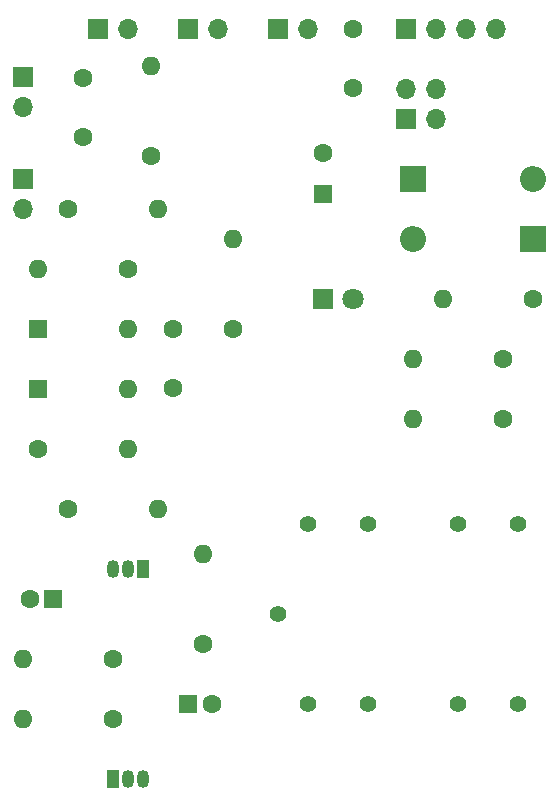
<source format=gbr>
%TF.GenerationSoftware,KiCad,Pcbnew,(6.0.2)*%
%TF.CreationDate,2022-04-03T01:31:02+08:00*%
%TF.ProjectId,BoHansen_DI,426f4861-6e73-4656-9e5f-44492e6b6963,rev?*%
%TF.SameCoordinates,Original*%
%TF.FileFunction,Copper,L2,Bot*%
%TF.FilePolarity,Positive*%
%FSLAX46Y46*%
G04 Gerber Fmt 4.6, Leading zero omitted, Abs format (unit mm)*
G04 Created by KiCad (PCBNEW (6.0.2)) date 2022-04-03 01:31:02*
%MOMM*%
%LPD*%
G01*
G04 APERTURE LIST*
%TA.AperFunction,ComponentPad*%
%ADD10O,1.600000X1.600000*%
%TD*%
%TA.AperFunction,ComponentPad*%
%ADD11C,1.600000*%
%TD*%
%TA.AperFunction,ComponentPad*%
%ADD12R,1.600000X1.600000*%
%TD*%
%TA.AperFunction,ComponentPad*%
%ADD13O,1.700000X1.700000*%
%TD*%
%TA.AperFunction,ComponentPad*%
%ADD14R,1.700000X1.700000*%
%TD*%
%TA.AperFunction,ComponentPad*%
%ADD15O,2.200000X2.200000*%
%TD*%
%TA.AperFunction,ComponentPad*%
%ADD16R,2.200000X2.200000*%
%TD*%
%TA.AperFunction,ComponentPad*%
%ADD17C,1.400000*%
%TD*%
%TA.AperFunction,ComponentPad*%
%ADD18O,1.050000X1.500000*%
%TD*%
%TA.AperFunction,ComponentPad*%
%ADD19R,1.050000X1.500000*%
%TD*%
%TA.AperFunction,ComponentPad*%
%ADD20C,1.800000*%
%TD*%
%TA.AperFunction,ComponentPad*%
%ADD21R,1.800000X1.800000*%
%TD*%
G04 APERTURE END LIST*
D10*
%TO.P,R4,2*%
%TO.N,Net-(C2-Pad2)*%
X140970000Y-96520000D03*
D11*
%TO.P,R4,1*%
%TO.N,Net-(C4-Pad1)*%
X133350000Y-96520000D03*
%TD*%
%TO.P,C2,2*%
%TO.N,Net-(C2-Pad2)*%
X144780000Y-91360000D03*
%TO.P,C2,1*%
%TO.N,Net-(C2-Pad1)*%
X144780000Y-86360000D03*
%TD*%
D10*
%TO.P,R11,2*%
%TO.N,Net-(D3-Pad2)*%
X165100000Y-88900000D03*
D11*
%TO.P,R11,1*%
%TO.N,Net-(R11-Pad1)*%
X172720000Y-88900000D03*
%TD*%
D10*
%TO.P,R1,2*%
%TO.N,Net-(C1-Pad2)*%
X142875000Y-64135000D03*
D11*
%TO.P,R1,1*%
%TO.N,Net-(C1-Pad1)*%
X142875000Y-71755000D03*
%TD*%
D10*
%TO.P,D2,2,A*%
%TO.N,Net-(D1-Pad2)*%
X140970000Y-91440000D03*
D12*
%TO.P,D2,1,K*%
%TO.N,GND1*%
X133350000Y-91440000D03*
%TD*%
D10*
%TO.P,R8,2*%
%TO.N,Net-(C3-Pad1)*%
X147320000Y-105410000D03*
D11*
%TO.P,R8,1*%
%TO.N,Net-(C5-Pad1)*%
X147320000Y-113030000D03*
%TD*%
D13*
%TO.P,SW4,2,B*%
%TO.N,GND1*%
X156205000Y-60960000D03*
D14*
%TO.P,SW4,1,A*%
%TO.N,Net-(J2-Pad1)*%
X153665000Y-60960000D03*
%TD*%
D13*
%TO.P,J2,2,Pin_2*%
%TO.N,GND1*%
X148585000Y-60960000D03*
D14*
%TO.P,J2,1,Pin_1*%
%TO.N,Net-(J2-Pad1)*%
X146045000Y-60960000D03*
%TD*%
D13*
%TO.P,J1,2,Pin_2*%
%TO.N,GND1*%
X140965000Y-60960000D03*
D14*
%TO.P,J1,1,Pin_1*%
%TO.N,Net-(C1-Pad2)*%
X138425000Y-60960000D03*
%TD*%
D11*
%TO.P,C1,2*%
%TO.N,Net-(C1-Pad2)*%
X137160000Y-65150000D03*
%TO.P,C1,1*%
%TO.N,Net-(C1-Pad1)*%
X137160000Y-70150000D03*
%TD*%
D13*
%TO.P,SW2,2,B*%
%TO.N,Net-(R2-Pad1)*%
X132080000Y-76200000D03*
D14*
%TO.P,SW2,1,A*%
%TO.N,Net-(C1-Pad1)*%
X132080000Y-73660000D03*
%TD*%
D10*
%TO.P,R5,2*%
%TO.N,Net-(C3-Pad1)*%
X143510000Y-101600000D03*
D11*
%TO.P,R5,1*%
%TO.N,Net-(C4-Pad1)*%
X135890000Y-101600000D03*
%TD*%
%TO.P,C3,2*%
%TO.N,GND1*%
X157480000Y-71430000D03*
D12*
%TO.P,C3,1*%
%TO.N,Net-(C3-Pad1)*%
X157480000Y-74930000D03*
%TD*%
D11*
%TO.P,C6,2*%
%TO.N,GND2*%
X160020000Y-61000000D03*
%TO.P,C6,1*%
%TO.N,GND1*%
X160020000Y-66000000D03*
%TD*%
D15*
%TO.P,D5,2,A*%
%TO.N,GND2*%
X175260000Y-73660000D03*
D16*
%TO.P,D5,1,K*%
%TO.N,GND1*%
X165100000Y-73660000D03*
%TD*%
D17*
%TO.P,T1,MH1,SCREEN*%
%TO.N,GND1*%
X153670000Y-110490000D03*
%TO.P,T1,B4,SECONDARY_1_2*%
X173990000Y-118110000D03*
%TO.P,T1,B3,SECONDARY_2_2*%
X168910000Y-118110000D03*
%TO.P,T1,B2,SECONDARY_1_1*%
%TO.N,Net-(C5-Pad2)*%
X161290000Y-118110000D03*
%TO.P,T1,B1,SECONDARY_2_1*%
X156210000Y-118110000D03*
%TO.P,T1,A4,PRIMARY_2_2*%
%TO.N,Net-(R11-Pad1)*%
X156210000Y-102870000D03*
%TO.P,T1,A3,PRIMARY_1_2*%
X161290000Y-102870000D03*
%TO.P,T1,A2,PRIMARY_2_1*%
%TO.N,Net-(R10-Pad1)*%
X168910000Y-102870000D03*
%TO.P,T1,A1,PRIMARY_1_1*%
X173990000Y-102870000D03*
%TD*%
D10*
%TO.P,R9,2*%
%TO.N,GND1*%
X167640000Y-83820000D03*
D11*
%TO.P,R9,1*%
%TO.N,GND2*%
X175260000Y-83820000D03*
%TD*%
D13*
%TO.P,SW3,4,4*%
%TO.N,Net-(J3-Pad2)*%
X167000000Y-66040000D03*
%TO.P,SW3,3,3*%
%TO.N,Net-(R10-Pad1)*%
X167000000Y-68580000D03*
%TO.P,SW3,2,2*%
%TO.N,Net-(J3-Pad1)*%
X164460000Y-66040000D03*
D14*
%TO.P,SW3,1,1*%
%TO.N,Net-(R11-Pad1)*%
X164460000Y-68580000D03*
%TD*%
D11*
%TO.P,C5,2*%
%TO.N,Net-(C5-Pad2)*%
X148050000Y-118110000D03*
D12*
%TO.P,C5,1*%
%TO.N,Net-(C5-Pad1)*%
X146050000Y-118110000D03*
%TD*%
D10*
%TO.P,R10,2*%
%TO.N,Net-(D3-Pad2)*%
X165100000Y-93980000D03*
D11*
%TO.P,R10,1*%
%TO.N,Net-(R10-Pad1)*%
X172720000Y-93980000D03*
%TD*%
%TO.P,C4,2*%
%TO.N,GND1*%
X132620000Y-109220000D03*
D12*
%TO.P,C4,1*%
%TO.N,Net-(C4-Pad1)*%
X134620000Y-109220000D03*
%TD*%
D10*
%TO.P,R6,2*%
%TO.N,GND1*%
X132080000Y-114300000D03*
D11*
%TO.P,R6,1*%
%TO.N,Net-(C4-Pad1)*%
X139700000Y-114300000D03*
%TD*%
D10*
%TO.P,R12,2*%
%TO.N,Net-(J2-Pad1)*%
X149860000Y-78740000D03*
D11*
%TO.P,R12,1*%
%TO.N,Net-(C5-Pad2)*%
X149860000Y-86360000D03*
%TD*%
D15*
%TO.P,D4,2,A*%
%TO.N,GND1*%
X165100000Y-78740000D03*
D16*
%TO.P,D4,1,K*%
%TO.N,GND2*%
X175260000Y-78740000D03*
%TD*%
D18*
%TO.P,Q2,3,E*%
%TO.N,Net-(C5-Pad1)*%
X142240000Y-124460000D03*
%TO.P,Q2,2,B*%
%TO.N,Net-(Q1-Pad3)*%
X140970000Y-124460000D03*
D19*
%TO.P,Q2,1,C*%
%TO.N,GND1*%
X139700000Y-124460000D03*
%TD*%
D20*
%TO.P,D3,2,A*%
%TO.N,Net-(D3-Pad2)*%
X160020000Y-83820000D03*
D21*
%TO.P,D3,1,K*%
%TO.N,Net-(C3-Pad1)*%
X157480000Y-83820000D03*
%TD*%
D10*
%TO.P,R3,2*%
%TO.N,Net-(C1-Pad1)*%
X133350000Y-81280000D03*
D11*
%TO.P,R3,1*%
%TO.N,Net-(C2-Pad1)*%
X140970000Y-81280000D03*
%TD*%
D10*
%TO.P,D1,2,A*%
%TO.N,Net-(D1-Pad2)*%
X140970000Y-86360000D03*
D12*
%TO.P,D1,1,K*%
%TO.N,Net-(C2-Pad1)*%
X133350000Y-86360000D03*
%TD*%
D10*
%TO.P,R2,2*%
%TO.N,GND1*%
X143510000Y-76200000D03*
D11*
%TO.P,R2,1*%
%TO.N,Net-(R2-Pad1)*%
X135890000Y-76200000D03*
%TD*%
D13*
%TO.P,SW1,2,B*%
%TO.N,Net-(C1-Pad1)*%
X132080000Y-67610000D03*
D14*
%TO.P,SW1,1,A*%
%TO.N,Net-(C1-Pad2)*%
X132080000Y-65070000D03*
%TD*%
D13*
%TO.P,J3,4,Pin_4*%
%TO.N,GND2*%
X172095000Y-60960000D03*
%TO.P,J3,3,Pin_3*%
X169555000Y-60960000D03*
%TO.P,J3,2,Pin_2*%
%TO.N,Net-(J3-Pad2)*%
X167015000Y-60960000D03*
D14*
%TO.P,J3,1,Pin_1*%
%TO.N,Net-(J3-Pad1)*%
X164475000Y-60960000D03*
%TD*%
D10*
%TO.P,R7,2*%
%TO.N,GND1*%
X132080000Y-119380000D03*
D11*
%TO.P,R7,1*%
%TO.N,Net-(Q1-Pad3)*%
X139700000Y-119380000D03*
%TD*%
D18*
%TO.P,Q1,3,E*%
%TO.N,Net-(Q1-Pad3)*%
X139700000Y-106680000D03*
%TO.P,Q1,2,B*%
%TO.N,Net-(C2-Pad2)*%
X140970000Y-106680000D03*
D19*
%TO.P,Q1,1,C*%
%TO.N,Net-(C3-Pad1)*%
X142240000Y-106680000D03*
%TD*%
M02*

</source>
